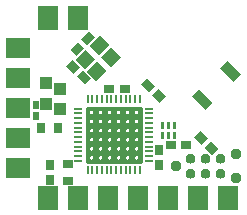
<source format=gts>
G04 DipTrace 2.4.0.2*
%IN1dBBLE.gts*%
%MOIN*%
%ADD10C,0.0098*%
%ADD37C,0.0374*%
%ADD45O,0.0094X0.0272*%
%ADD47O,0.0272X0.0094*%
%ADD49R,0.0213X0.0252*%
%ADD51R,0.0311X0.037*%
%ADD53R,0.0685X0.0816*%
%ADD55R,0.0816X0.0685*%
%ADD57R,0.037X0.0311*%
%ADD59R,0.0291X0.037*%
%ADD61R,0.0409X0.0449*%
%ADD63R,0.037X0.0291*%
%FSLAX44Y44*%
G04*
G70*
G90*
G75*
G01*
%LNTopMask*%
%LPD*%
G36*
X9718Y7318D2*
X9952Y7552D1*
X10408Y7096D1*
X10174Y6862D1*
X9718Y7318D1*
G37*
G36*
X10664Y8265D2*
X10898Y8499D1*
X11355Y8042D1*
X11121Y7808D1*
X10664Y8265D1*
G37*
G36*
X9203Y6237D2*
X9089D1*
Y6469D1*
X9203D1*
Y6237D1*
G37*
G36*
X9007D2*
X8892D1*
Y6469D1*
X9007D1*
Y6237D1*
G37*
G36*
X8810D2*
X8696D1*
Y6469D1*
X8810D1*
Y6237D1*
G37*
G36*
Y5902D2*
X8696D1*
Y6135D1*
X8810D1*
Y5902D1*
G37*
G36*
X9007D2*
X8892D1*
Y6135D1*
X9007D1*
Y5902D1*
G37*
G36*
X9203D2*
X9089D1*
Y6135D1*
X9203D1*
Y5902D1*
G37*
G36*
X6245Y9024D2*
X6039Y9230D1*
X6301Y9491D1*
X6507Y9285D1*
X6245Y9024D1*
G37*
G36*
X5884Y8662D2*
X5678Y8868D1*
X5939Y9130D1*
X6145Y8924D1*
X5884Y8662D1*
G37*
G36*
X6371Y7915D2*
X6165Y7709D1*
X5903Y7970D1*
X6109Y8176D1*
X6371Y7915D1*
G37*
G36*
X6009Y8276D2*
X5803Y8070D1*
X5541Y8332D1*
X5747Y8538D1*
X6009Y8276D1*
G37*
D63*
X9025Y5680D3*
X9537D3*
D61*
X5348Y6895D3*
Y7564D3*
D63*
X7484Y7550D3*
X6972D3*
G36*
X8385Y7368D2*
X8591Y7574D1*
X8853Y7313D1*
X8647Y7107D1*
X8385Y7368D1*
G37*
G36*
X8023Y7730D2*
X8229Y7936D1*
X8491Y7675D1*
X8285Y7469D1*
X8023Y7730D1*
G37*
D59*
X8645Y5535D3*
Y5023D3*
X5007Y5041D3*
Y4529D3*
D61*
X4862Y7073D3*
Y7742D3*
D57*
X5612Y5058D3*
Y4507D3*
D55*
X3937Y8937D3*
Y7937D3*
Y6937D3*
Y5937D3*
Y4937D3*
D53*
X4937Y9937D3*
X5937D3*
X6937Y3937D3*
X7937D3*
X8937D3*
D51*
X5250Y6273D3*
X4699D3*
D49*
X4520Y6642D3*
Y7036D3*
D53*
X4937Y3937D3*
X5937D3*
X9937D3*
X10937D3*
G36*
X10252Y5913D2*
X10046Y5707D1*
X9784Y5969D1*
X9990Y6175D1*
X10252Y5913D1*
G37*
G36*
X10614Y5551D2*
X10408Y5345D1*
X10146Y5607D1*
X10352Y5813D1*
X10614Y5551D1*
G37*
G36*
X9847Y5238D2*
X9845Y5267D1*
X9837Y5294D1*
X9825Y5320D1*
X9809Y5343D1*
X9789Y5363D1*
X9766Y5379D1*
X9740Y5391D1*
X9713Y5399D1*
X9684Y5401D1*
D1*
X9656Y5399D1*
X9629Y5391D1*
X9603Y5379D1*
X9580Y5363D1*
X9560Y5343D1*
X9543Y5320D1*
X9531Y5294D1*
X9524Y5267D1*
X9521Y5238D1*
D1*
X9524Y5210D1*
X9531Y5183D1*
X9543Y5157D1*
X9560Y5134D1*
X9580Y5113D1*
X9603Y5097D1*
X9629Y5085D1*
X9656Y5078D1*
X9684Y5075D1*
D1*
X9713Y5078D1*
X9740Y5085D1*
X9766Y5097D1*
X9789Y5113D1*
X9809Y5134D1*
X9825Y5157D1*
X9837Y5183D1*
X9845Y5210D1*
X9847Y5238D1*
G37*
G36*
X10347D2*
X10345Y5267D1*
X10337Y5294D1*
X10325Y5320D1*
X10309Y5343D1*
X10289Y5363D1*
X10266Y5379D1*
X10240Y5391D1*
X10213Y5399D1*
X10184Y5401D1*
D1*
X10156Y5399D1*
X10129Y5391D1*
X10103Y5379D1*
X10080Y5363D1*
X10060Y5343D1*
X10043Y5320D1*
X10031Y5294D1*
X10024Y5267D1*
X10021Y5238D1*
D1*
X10024Y5210D1*
X10031Y5183D1*
X10043Y5157D1*
X10060Y5134D1*
X10080Y5113D1*
X10103Y5097D1*
X10129Y5085D1*
X10156Y5078D1*
X10184Y5075D1*
D1*
X10213Y5078D1*
X10240Y5085D1*
X10266Y5097D1*
X10289Y5113D1*
X10309Y5134D1*
X10325Y5157D1*
X10337Y5183D1*
X10345Y5210D1*
X10347Y5238D1*
G37*
G36*
X10847D2*
X10845Y5267D1*
X10837Y5294D1*
X10825Y5320D1*
X10809Y5343D1*
X10789Y5363D1*
X10766Y5379D1*
X10740Y5391D1*
X10713Y5399D1*
X10684Y5401D1*
D1*
X10656Y5399D1*
X10629Y5391D1*
X10603Y5379D1*
X10580Y5363D1*
X10560Y5343D1*
X10543Y5320D1*
X10531Y5294D1*
X10524Y5267D1*
X10521Y5238D1*
D1*
X10524Y5210D1*
X10531Y5183D1*
X10543Y5157D1*
X10560Y5134D1*
X10580Y5113D1*
X10603Y5097D1*
X10629Y5085D1*
X10656Y5078D1*
X10684Y5075D1*
D1*
X10713Y5078D1*
X10740Y5085D1*
X10766Y5097D1*
X10789Y5113D1*
X10809Y5134D1*
X10825Y5157D1*
X10837Y5183D1*
X10845Y5210D1*
X10847Y5238D1*
G37*
G36*
Y4738D2*
X10845Y4767D1*
X10837Y4794D1*
X10825Y4820D1*
X10809Y4843D1*
X10789Y4863D1*
X10766Y4879D1*
X10740Y4891D1*
X10713Y4899D1*
X10684Y4901D1*
D1*
X10656Y4899D1*
X10629Y4891D1*
X10603Y4879D1*
X10580Y4863D1*
X10560Y4843D1*
X10543Y4820D1*
X10531Y4794D1*
X10524Y4767D1*
X10521Y4738D1*
D1*
X10524Y4710D1*
X10531Y4683D1*
X10543Y4657D1*
X10560Y4634D1*
X10580Y4613D1*
X10603Y4597D1*
X10629Y4585D1*
X10656Y4578D1*
X10684Y4575D1*
D1*
X10713Y4578D1*
X10740Y4585D1*
X10766Y4597D1*
X10789Y4613D1*
X10809Y4634D1*
X10825Y4657D1*
X10837Y4683D1*
X10845Y4710D1*
X10847Y4738D1*
G37*
G36*
X10347D2*
X10345Y4767D1*
X10337Y4794D1*
X10325Y4820D1*
X10309Y4843D1*
X10289Y4863D1*
X10266Y4879D1*
X10240Y4891D1*
X10213Y4899D1*
X10184Y4901D1*
D1*
X10156Y4899D1*
X10129Y4891D1*
X10103Y4879D1*
X10080Y4863D1*
X10060Y4843D1*
X10043Y4820D1*
X10031Y4794D1*
X10024Y4767D1*
X10021Y4738D1*
D1*
X10024Y4710D1*
X10031Y4683D1*
X10043Y4657D1*
X10060Y4634D1*
X10080Y4613D1*
X10103Y4597D1*
X10129Y4585D1*
X10156Y4578D1*
X10184Y4575D1*
D1*
X10213Y4578D1*
X10240Y4585D1*
X10266Y4597D1*
X10289Y4613D1*
X10309Y4634D1*
X10325Y4657D1*
X10337Y4683D1*
X10345Y4710D1*
X10347Y4738D1*
G37*
G36*
X9847D2*
X9845Y4767D1*
X9837Y4794D1*
X9825Y4820D1*
X9809Y4843D1*
X9789Y4863D1*
X9766Y4879D1*
X9740Y4891D1*
X9713Y4899D1*
X9684Y4901D1*
D1*
X9656Y4899D1*
X9629Y4891D1*
X9603Y4879D1*
X9580Y4863D1*
X9560Y4843D1*
X9543Y4820D1*
X9531Y4794D1*
X9524Y4767D1*
X9521Y4738D1*
D1*
X9524Y4710D1*
X9531Y4683D1*
X9543Y4657D1*
X9560Y4634D1*
X9580Y4613D1*
X9603Y4597D1*
X9629Y4585D1*
X9656Y4578D1*
X9684Y4575D1*
D1*
X9713Y4578D1*
X9740Y4585D1*
X9766Y4597D1*
X9789Y4613D1*
X9809Y4634D1*
X9825Y4657D1*
X9837Y4683D1*
X9845Y4710D1*
X9847Y4738D1*
G37*
D37*
X9184Y4988D3*
X11184Y5388D3*
Y4588D3*
X7468Y6183D2*
D10*
Y6191D1*
X7469Y6198D1*
X7470Y6206D1*
X7472Y6213D1*
X7474Y6221D1*
X7477Y6228D1*
X7480Y6235D1*
X7484Y6241D1*
X7488Y6248D1*
X7492Y6254D1*
X7497Y6259D1*
X7502Y6265D1*
X7508Y6270D1*
X7514Y6274D1*
X7520Y6278D1*
X7527Y6282D1*
X7533Y6285D1*
X7540Y6288D1*
X7547Y6290D1*
X7554Y6291D1*
X7562Y6292D1*
X7569Y6293D1*
X7576D1*
X7584Y6292D1*
X7591Y6291D1*
X7598Y6290D1*
X7605Y6288D1*
X7612Y6285D1*
X7619Y6282D1*
X7625Y6278D1*
X7631Y6274D1*
X7637Y6270D1*
X7643Y6265D1*
X7648Y6259D1*
X7653Y6254D1*
X7658Y6248D1*
X7662Y6241D1*
X7665Y6235D1*
X7669Y6228D1*
X7671Y6221D1*
X7674Y6213D1*
X7675Y6206D1*
X7677Y6198D1*
Y6191D1*
X7678Y6183D1*
X7677Y6175D1*
Y6168D1*
X7675Y6160D1*
X7674Y6153D1*
X7671Y6145D1*
X7669Y6138D1*
X7665Y6131D1*
X7662Y6125D1*
X7658Y6118D1*
X7653Y6112D1*
X7648Y6107D1*
X7643Y6101D1*
X7637Y6096D1*
X7631Y6092D1*
X7625Y6088D1*
X7619Y6084D1*
X7612Y6081D1*
X7605Y6078D1*
X7598Y6076D1*
X7591Y6075D1*
X7584Y6074D1*
X7576Y6073D1*
X7569D1*
X7562Y6074D1*
X7554Y6075D1*
X7547Y6076D1*
X7540Y6078D1*
X7533Y6081D1*
X7527Y6084D1*
X7520Y6088D1*
X7514Y6092D1*
X7508Y6096D1*
X7502Y6101D1*
X7497Y6107D1*
X7492Y6112D1*
X7488Y6118D1*
X7484Y6125D1*
X7480Y6131D1*
X7477Y6138D1*
X7474Y6145D1*
X7472Y6153D1*
X7470Y6160D1*
X7469Y6168D1*
X7468Y6175D1*
Y6183D1*
X7767Y6184D2*
Y6192D1*
X7768Y6200D1*
X7769Y6207D1*
X7771Y6215D1*
X7773Y6222D1*
X7776Y6229D1*
X7779Y6236D1*
X7783Y6243D1*
X7787Y6249D1*
X7792Y6255D1*
X7797Y6261D1*
X7802Y6266D1*
X7807Y6271D1*
X7813Y6275D1*
X7820Y6280D1*
X7826Y6283D1*
X7833Y6286D1*
X7840Y6289D1*
X7847Y6291D1*
X7854Y6293D1*
X7861Y6294D1*
X7868D1*
X7876D1*
X7883D1*
X7890Y6293D1*
X7897Y6291D1*
X7904Y6289D1*
X7911Y6286D1*
X7918Y6283D1*
X7925Y6280D1*
X7931Y6275D1*
X7937Y6271D1*
X7942Y6266D1*
X7948Y6261D1*
X7952Y6255D1*
X7957Y6249D1*
X7961Y6243D1*
X7965Y6236D1*
X7968Y6229D1*
X7971Y6222D1*
X7973Y6215D1*
X7975Y6207D1*
X7976Y6200D1*
X7977Y6192D1*
Y6184D1*
Y6177D1*
X7976Y6169D1*
X7975Y6161D1*
X7973Y6154D1*
X7971Y6147D1*
X7968Y6140D1*
X7965Y6133D1*
X7961Y6126D1*
X7957Y6120D1*
X7952Y6114D1*
X7948Y6108D1*
X7942Y6102D1*
X7937Y6098D1*
X7931Y6093D1*
X7925Y6089D1*
X7918Y6085D1*
X7911Y6082D1*
X7904Y6080D1*
X7897Y6078D1*
X7890Y6076D1*
X7883Y6075D1*
X7876Y6074D1*
X7868D1*
X7861Y6075D1*
X7854Y6076D1*
X7847Y6078D1*
X7840Y6080D1*
X7833Y6082D1*
X7826Y6085D1*
X7820Y6089D1*
X7813Y6093D1*
X7807Y6098D1*
X7802Y6102D1*
X7797Y6108D1*
X7792Y6114D1*
X7787Y6120D1*
X7783Y6126D1*
X7779Y6133D1*
X7776Y6140D1*
X7773Y6147D1*
X7771Y6154D1*
X7769Y6161D1*
X7768Y6169D1*
X7767Y6177D1*
Y6184D1*
X6868Y6183D2*
Y6191D1*
X6869Y6198D1*
X6870Y6206D1*
X6872Y6213D1*
X6874Y6221D1*
X6877Y6228D1*
X6880Y6235D1*
X6884Y6241D1*
X6888Y6248D1*
X6893Y6254D1*
X6898Y6259D1*
X6903Y6265D1*
X6908Y6270D1*
X6914Y6274D1*
X6921Y6278D1*
X6927Y6282D1*
X6934Y6285D1*
X6941Y6288D1*
X6948Y6290D1*
X6955Y6291D1*
X6962Y6292D1*
X6969Y6293D1*
X6977D1*
X6984Y6292D1*
X6991Y6291D1*
X6998Y6290D1*
X7006Y6288D1*
X7012Y6285D1*
X7019Y6282D1*
X7026Y6278D1*
X7032Y6274D1*
X7038Y6270D1*
X7043Y6265D1*
X7049Y6259D1*
X7053Y6254D1*
X7058Y6248D1*
X7062Y6241D1*
X7066Y6235D1*
X7069Y6228D1*
X7072Y6221D1*
X7074Y6213D1*
X7076Y6206D1*
X7077Y6198D1*
X7078Y6191D1*
Y6183D1*
Y6175D1*
X7077Y6168D1*
X7076Y6160D1*
X7074Y6153D1*
X7072Y6145D1*
X7069Y6138D1*
X7066Y6131D1*
X7062Y6125D1*
X7058Y6118D1*
X7053Y6112D1*
X7049Y6107D1*
X7043Y6101D1*
X7038Y6096D1*
X7032Y6092D1*
X7026Y6088D1*
X7019Y6084D1*
X7012Y6081D1*
X7006Y6078D1*
X6998Y6076D1*
X6991Y6075D1*
X6984Y6074D1*
X6977Y6073D1*
X6969D1*
X6962Y6074D1*
X6955Y6075D1*
X6948Y6076D1*
X6941Y6078D1*
X6934Y6081D1*
X6927Y6084D1*
X6921Y6088D1*
X6914Y6092D1*
X6908Y6096D1*
X6903Y6101D1*
X6898Y6107D1*
X6893Y6112D1*
X6888Y6118D1*
X6884Y6125D1*
X6880Y6131D1*
X6877Y6138D1*
X6874Y6145D1*
X6872Y6153D1*
X6870Y6160D1*
X6869Y6168D1*
X6868Y6175D1*
Y6183D1*
X7167Y6184D2*
Y6192D1*
X7168Y6200D1*
X7169Y6207D1*
X7171Y6215D1*
X7174Y6222D1*
X7176Y6229D1*
X7179Y6236D1*
X7183Y6243D1*
X7187Y6249D1*
X7192Y6255D1*
X7197Y6261D1*
X7202Y6266D1*
X7208Y6271D1*
X7213Y6275D1*
X7220Y6280D1*
X7226Y6283D1*
X7233Y6286D1*
X7240Y6289D1*
X7247Y6291D1*
X7254Y6293D1*
X7261Y6294D1*
X7268D1*
X7276D1*
X7283D1*
X7290Y6293D1*
X7298Y6291D1*
X7305Y6289D1*
X7311Y6286D1*
X7318Y6283D1*
X7325Y6280D1*
X7331Y6275D1*
X7337Y6271D1*
X7342Y6266D1*
X7348Y6261D1*
X7353Y6255D1*
X7357Y6249D1*
X7361Y6243D1*
X7365Y6236D1*
X7368Y6229D1*
X7371Y6222D1*
X7373Y6215D1*
X7375Y6207D1*
X7376Y6200D1*
X7377Y6192D1*
Y6184D1*
Y6177D1*
X7376Y6169D1*
X7375Y6161D1*
X7373Y6154D1*
X7371Y6147D1*
X7368Y6140D1*
X7365Y6133D1*
X7361Y6126D1*
X7357Y6120D1*
X7353Y6114D1*
X7348Y6108D1*
X7342Y6102D1*
X7337Y6098D1*
X7331Y6093D1*
X7325Y6089D1*
X7318Y6085D1*
X7311Y6082D1*
X7305Y6080D1*
X7298Y6078D1*
X7290Y6076D1*
X7283Y6075D1*
X7276Y6074D1*
X7268D1*
X7261Y6075D1*
X7254Y6076D1*
X7247Y6078D1*
X7240Y6080D1*
X7233Y6082D1*
X7226Y6085D1*
X7220Y6089D1*
X7213Y6093D1*
X7208Y6098D1*
X7202Y6102D1*
X7197Y6108D1*
X7192Y6114D1*
X7187Y6120D1*
X7183Y6126D1*
X7179Y6133D1*
X7176Y6140D1*
X7174Y6147D1*
X7171Y6154D1*
X7169Y6161D1*
X7168Y6169D1*
X7167Y6177D1*
Y6184D1*
X6568D2*
Y6192D1*
X6569Y6200D1*
X6570Y6207D1*
X6572Y6215D1*
X6574Y6222D1*
X6577Y6229D1*
X6580Y6236D1*
X6584Y6243D1*
X6588Y6249D1*
X6592Y6255D1*
X6597Y6261D1*
X6602Y6266D1*
X6608Y6271D1*
X6614Y6275D1*
X6620Y6280D1*
X6627Y6283D1*
X6633Y6286D1*
X6640Y6289D1*
X6647Y6291D1*
X6654Y6293D1*
X6662Y6294D1*
X6669D1*
X6676D1*
X6684D1*
X6691Y6293D1*
X6698Y6291D1*
X6705Y6289D1*
X6712Y6286D1*
X6719Y6283D1*
X6725Y6280D1*
X6731Y6275D1*
X6737Y6271D1*
X6743Y6266D1*
X6748Y6261D1*
X6753Y6255D1*
X6757Y6249D1*
X6762Y6243D1*
X6765Y6236D1*
X6768Y6229D1*
X6771Y6222D1*
X6773Y6215D1*
X6775Y6207D1*
X6777Y6200D1*
Y6192D1*
X6778Y6184D1*
X6777Y6177D1*
Y6169D1*
X6775Y6161D1*
X6773Y6154D1*
X6771Y6147D1*
X6768Y6140D1*
X6765Y6133D1*
X6762Y6126D1*
X6757Y6120D1*
X6753Y6114D1*
X6748Y6108D1*
X6743Y6102D1*
X6737Y6098D1*
X6731Y6093D1*
X6725Y6089D1*
X6719Y6085D1*
X6712Y6082D1*
X6705Y6080D1*
X6698Y6078D1*
X6691Y6076D1*
X6684Y6075D1*
X6676Y6074D1*
X6669D1*
X6662Y6075D1*
X6654Y6076D1*
X6647Y6078D1*
X6640Y6080D1*
X6633Y6082D1*
X6627Y6085D1*
X6620Y6089D1*
X6614Y6093D1*
X6608Y6098D1*
X6602Y6102D1*
X6597Y6108D1*
X6592Y6114D1*
X6588Y6120D1*
X6584Y6126D1*
X6580Y6133D1*
X6577Y6140D1*
X6574Y6147D1*
X6572Y6154D1*
X6570Y6161D1*
X6569Y6169D1*
X6568Y6177D1*
Y6184D1*
X6267D2*
Y6192D1*
X6268Y6200D1*
X6269Y6207D1*
X6271Y6215D1*
X6273Y6222D1*
X6276Y6229D1*
X6279Y6236D1*
X6283Y6243D1*
X6287Y6249D1*
X6292Y6255D1*
X6297Y6261D1*
X6302Y6266D1*
X6307Y6271D1*
X6313Y6275D1*
X6320Y6280D1*
X6326Y6283D1*
X6333Y6286D1*
X6340Y6289D1*
X6347Y6291D1*
X6354Y6293D1*
X6361Y6294D1*
X6368D1*
X6376D1*
X6383D1*
X6390Y6293D1*
X6397Y6291D1*
X6404Y6289D1*
X6411Y6286D1*
X6418Y6283D1*
X6425Y6280D1*
X6431Y6275D1*
X6437Y6271D1*
X6442Y6266D1*
X6448Y6261D1*
X6452Y6255D1*
X6457Y6249D1*
X6461Y6243D1*
X6465Y6236D1*
X6468Y6229D1*
X6471Y6222D1*
X6473Y6215D1*
X6475Y6207D1*
X6476Y6200D1*
X6477Y6192D1*
Y6184D1*
Y6177D1*
X6476Y6169D1*
X6475Y6161D1*
X6473Y6154D1*
X6471Y6147D1*
X6468Y6140D1*
X6465Y6133D1*
X6461Y6126D1*
X6457Y6120D1*
X6452Y6114D1*
X6448Y6108D1*
X6442Y6102D1*
X6437Y6098D1*
X6431Y6093D1*
X6425Y6089D1*
X6418Y6085D1*
X6411Y6082D1*
X6404Y6080D1*
X6397Y6078D1*
X6390Y6076D1*
X6383Y6075D1*
X6376Y6074D1*
X6368D1*
X6361Y6075D1*
X6354Y6076D1*
X6347Y6078D1*
X6340Y6080D1*
X6333Y6082D1*
X6326Y6085D1*
X6320Y6089D1*
X6313Y6093D1*
X6307Y6098D1*
X6302Y6102D1*
X6297Y6108D1*
X6292Y6114D1*
X6287Y6120D1*
X6283Y6126D1*
X6279Y6133D1*
X6276Y6140D1*
X6273Y6147D1*
X6271Y6154D1*
X6269Y6161D1*
X6268Y6169D1*
X6267Y6177D1*
Y6184D1*
X7468Y5881D2*
Y5889D1*
X7469Y5896D1*
X7470Y5904D1*
X7472Y5911D1*
X7474Y5919D1*
X7477Y5926D1*
X7480Y5933D1*
X7484Y5939D1*
X7488Y5946D1*
X7492Y5952D1*
X7497Y5958D1*
X7502Y5963D1*
X7508Y5968D1*
X7514Y5972D1*
X7520Y5976D1*
X7527Y5980D1*
X7533Y5983D1*
X7540Y5986D1*
X7547Y5988D1*
X7554Y5989D1*
X7562Y5991D1*
X7569D1*
X7576D1*
X7584D1*
X7591Y5989D1*
X7598Y5988D1*
X7605Y5986D1*
X7612Y5983D1*
X7619Y5980D1*
X7625Y5976D1*
X7631Y5972D1*
X7637Y5968D1*
X7643Y5963D1*
X7648Y5958D1*
X7653Y5952D1*
X7658Y5946D1*
X7662Y5939D1*
X7665Y5933D1*
X7669Y5926D1*
X7671Y5919D1*
X7674Y5911D1*
X7675Y5904D1*
X7677Y5896D1*
Y5889D1*
X7678Y5881D1*
X7677Y5873D1*
Y5866D1*
X7675Y5858D1*
X7674Y5851D1*
X7671Y5844D1*
X7669Y5836D1*
X7665Y5830D1*
X7662Y5823D1*
X7658Y5817D1*
X7653Y5810D1*
X7648Y5805D1*
X7643Y5799D1*
X7637Y5794D1*
X7631Y5790D1*
X7625Y5786D1*
X7619Y5782D1*
X7612Y5779D1*
X7605Y5777D1*
X7598Y5774D1*
X7591Y5773D1*
X7584Y5772D1*
X7576Y5771D1*
X7569D1*
X7562Y5772D1*
X7554Y5773D1*
X7547Y5774D1*
X7540Y5777D1*
X7533Y5779D1*
X7527Y5782D1*
X7520Y5786D1*
X7514Y5790D1*
X7508Y5794D1*
X7502Y5799D1*
X7497Y5805D1*
X7492Y5810D1*
X7488Y5817D1*
X7484Y5823D1*
X7480Y5830D1*
X7477Y5836D1*
X7474Y5844D1*
X7472Y5851D1*
X7470Y5858D1*
X7469Y5866D1*
X7468Y5873D1*
Y5881D1*
X7767Y5882D2*
Y5890D1*
X7768Y5898D1*
X7769Y5905D1*
X7771Y5913D1*
X7773Y5920D1*
X7776Y5927D1*
X7779Y5934D1*
X7783Y5941D1*
X7787Y5947D1*
X7792Y5953D1*
X7797Y5959D1*
X7802Y5964D1*
X7807Y5969D1*
X7813Y5974D1*
X7820Y5978D1*
X7826Y5981D1*
X7833Y5984D1*
X7840Y5987D1*
X7847Y5989D1*
X7854Y5991D1*
X7861Y5992D1*
X7868D1*
X7876D1*
X7883D1*
X7890Y5991D1*
X7897Y5989D1*
X7904Y5987D1*
X7911Y5984D1*
X7918Y5981D1*
X7925Y5978D1*
X7931Y5974D1*
X7937Y5969D1*
X7942Y5964D1*
X7948Y5959D1*
X7952Y5953D1*
X7957Y5947D1*
X7961Y5941D1*
X7965Y5934D1*
X7968Y5927D1*
X7971Y5920D1*
X7973Y5913D1*
X7975Y5905D1*
X7976Y5898D1*
X7977Y5890D1*
Y5882D1*
Y5875D1*
X7976Y5867D1*
X7975Y5860D1*
X7973Y5852D1*
X7971Y5845D1*
X7968Y5838D1*
X7965Y5831D1*
X7961Y5824D1*
X7957Y5818D1*
X7952Y5812D1*
X7948Y5806D1*
X7942Y5801D1*
X7937Y5796D1*
X7931Y5791D1*
X7925Y5787D1*
X7918Y5784D1*
X7911Y5780D1*
X7904Y5778D1*
X7897Y5776D1*
X7890Y5774D1*
X7883Y5773D1*
X7876D1*
X7868D1*
X7861D1*
X7854Y5774D1*
X7847Y5776D1*
X7840Y5778D1*
X7833Y5780D1*
X7826Y5784D1*
X7820Y5787D1*
X7813Y5791D1*
X7807Y5796D1*
X7802Y5801D1*
X7797Y5806D1*
X7792Y5812D1*
X7787Y5818D1*
X7783Y5824D1*
X7779Y5831D1*
X7776Y5838D1*
X7773Y5845D1*
X7771Y5852D1*
X7769Y5860D1*
X7768Y5867D1*
X7767Y5875D1*
Y5882D1*
X6868Y5881D2*
Y5889D1*
X6869Y5896D1*
X6870Y5904D1*
X6872Y5911D1*
X6874Y5919D1*
X6877Y5926D1*
X6880Y5933D1*
X6884Y5939D1*
X6888Y5946D1*
X6893Y5952D1*
X6898Y5958D1*
X6903Y5963D1*
X6908Y5968D1*
X6914Y5972D1*
X6921Y5976D1*
X6927Y5980D1*
X6934Y5983D1*
X6941Y5986D1*
X6948Y5988D1*
X6955Y5989D1*
X6962Y5991D1*
X6969D1*
X6977D1*
X6984D1*
X6991Y5989D1*
X6998Y5988D1*
X7006Y5986D1*
X7012Y5983D1*
X7019Y5980D1*
X7026Y5976D1*
X7032Y5972D1*
X7038Y5968D1*
X7043Y5963D1*
X7049Y5958D1*
X7053Y5952D1*
X7058Y5946D1*
X7062Y5939D1*
X7066Y5933D1*
X7069Y5926D1*
X7072Y5919D1*
X7074Y5911D1*
X7076Y5904D1*
X7077Y5896D1*
X7078Y5889D1*
Y5881D1*
Y5873D1*
X7077Y5866D1*
X7076Y5858D1*
X7074Y5851D1*
X7072Y5844D1*
X7069Y5836D1*
X7066Y5830D1*
X7062Y5823D1*
X7058Y5817D1*
X7053Y5810D1*
X7049Y5805D1*
X7043Y5799D1*
X7038Y5794D1*
X7032Y5790D1*
X7026Y5786D1*
X7019Y5782D1*
X7012Y5779D1*
X7006Y5777D1*
X6998Y5774D1*
X6991Y5773D1*
X6984Y5772D1*
X6977Y5771D1*
X6969D1*
X6962Y5772D1*
X6955Y5773D1*
X6948Y5774D1*
X6941Y5777D1*
X6934Y5779D1*
X6927Y5782D1*
X6921Y5786D1*
X6914Y5790D1*
X6908Y5794D1*
X6903Y5799D1*
X6898Y5805D1*
X6893Y5810D1*
X6888Y5817D1*
X6884Y5823D1*
X6880Y5830D1*
X6877Y5836D1*
X6874Y5844D1*
X6872Y5851D1*
X6870Y5858D1*
X6869Y5866D1*
X6868Y5873D1*
Y5881D1*
X7167Y5882D2*
Y5890D1*
X7168Y5898D1*
X7169Y5905D1*
X7171Y5913D1*
X7174Y5920D1*
X7176Y5927D1*
X7179Y5934D1*
X7183Y5941D1*
X7187Y5947D1*
X7192Y5953D1*
X7197Y5959D1*
X7202Y5964D1*
X7208Y5969D1*
X7213Y5974D1*
X7220Y5978D1*
X7226Y5981D1*
X7233Y5984D1*
X7240Y5987D1*
X7247Y5989D1*
X7254Y5991D1*
X7261Y5992D1*
X7268D1*
X7276D1*
X7283D1*
X7290Y5991D1*
X7298Y5989D1*
X7305Y5987D1*
X7311Y5984D1*
X7318Y5981D1*
X7325Y5978D1*
X7331Y5974D1*
X7337Y5969D1*
X7342Y5964D1*
X7348Y5959D1*
X7353Y5953D1*
X7357Y5947D1*
X7361Y5941D1*
X7365Y5934D1*
X7368Y5927D1*
X7371Y5920D1*
X7373Y5913D1*
X7375Y5905D1*
X7376Y5898D1*
X7377Y5890D1*
Y5882D1*
Y5875D1*
X7376Y5867D1*
X7375Y5860D1*
X7373Y5852D1*
X7371Y5845D1*
X7368Y5838D1*
X7365Y5831D1*
X7361Y5824D1*
X7357Y5818D1*
X7353Y5812D1*
X7348Y5806D1*
X7342Y5801D1*
X7337Y5796D1*
X7331Y5791D1*
X7325Y5787D1*
X7318Y5784D1*
X7311Y5780D1*
X7305Y5778D1*
X7298Y5776D1*
X7290Y5774D1*
X7283Y5773D1*
X7276D1*
X7268D1*
X7261D1*
X7254Y5774D1*
X7247Y5776D1*
X7240Y5778D1*
X7233Y5780D1*
X7226Y5784D1*
X7220Y5787D1*
X7213Y5791D1*
X7208Y5796D1*
X7202Y5801D1*
X7197Y5806D1*
X7192Y5812D1*
X7187Y5818D1*
X7183Y5824D1*
X7179Y5831D1*
X7176Y5838D1*
X7174Y5845D1*
X7171Y5852D1*
X7169Y5860D1*
X7168Y5867D1*
X7167Y5875D1*
Y5882D1*
X6568D2*
Y5890D1*
X6569Y5898D1*
X6570Y5905D1*
X6572Y5913D1*
X6574Y5920D1*
X6577Y5927D1*
X6580Y5934D1*
X6584Y5941D1*
X6588Y5947D1*
X6592Y5953D1*
X6597Y5959D1*
X6602Y5964D1*
X6608Y5969D1*
X6614Y5974D1*
X6620Y5978D1*
X6627Y5981D1*
X6633Y5984D1*
X6640Y5987D1*
X6647Y5989D1*
X6654Y5991D1*
X6662Y5992D1*
X6669D1*
X6676D1*
X6684D1*
X6691Y5991D1*
X6698Y5989D1*
X6705Y5987D1*
X6712Y5984D1*
X6719Y5981D1*
X6725Y5978D1*
X6731Y5974D1*
X6737Y5969D1*
X6743Y5964D1*
X6748Y5959D1*
X6753Y5953D1*
X6757Y5947D1*
X6762Y5941D1*
X6765Y5934D1*
X6768Y5927D1*
X6771Y5920D1*
X6773Y5913D1*
X6775Y5905D1*
X6777Y5898D1*
Y5890D1*
X6778Y5882D1*
X6777Y5875D1*
Y5867D1*
X6775Y5860D1*
X6773Y5852D1*
X6771Y5845D1*
X6768Y5838D1*
X6765Y5831D1*
X6762Y5824D1*
X6757Y5818D1*
X6753Y5812D1*
X6748Y5806D1*
X6743Y5801D1*
X6737Y5796D1*
X6731Y5791D1*
X6725Y5787D1*
X6719Y5784D1*
X6712Y5780D1*
X6705Y5778D1*
X6698Y5776D1*
X6691Y5774D1*
X6684Y5773D1*
X6676D1*
X6669D1*
X6662D1*
X6654Y5774D1*
X6647Y5776D1*
X6640Y5778D1*
X6633Y5780D1*
X6627Y5784D1*
X6620Y5787D1*
X6614Y5791D1*
X6608Y5796D1*
X6602Y5801D1*
X6597Y5806D1*
X6592Y5812D1*
X6588Y5818D1*
X6584Y5824D1*
X6580Y5831D1*
X6577Y5838D1*
X6574Y5845D1*
X6572Y5852D1*
X6570Y5860D1*
X6569Y5867D1*
X6568Y5875D1*
Y5882D1*
X6267D2*
Y5890D1*
X6268Y5898D1*
X6269Y5905D1*
X6271Y5913D1*
X6273Y5920D1*
X6276Y5927D1*
X6279Y5934D1*
X6283Y5941D1*
X6287Y5947D1*
X6292Y5953D1*
X6297Y5959D1*
X6302Y5964D1*
X6307Y5969D1*
X6313Y5974D1*
X6320Y5978D1*
X6326Y5981D1*
X6333Y5984D1*
X6340Y5987D1*
X6347Y5989D1*
X6354Y5991D1*
X6361Y5992D1*
X6368D1*
X6376D1*
X6383D1*
X6390Y5991D1*
X6397Y5989D1*
X6404Y5987D1*
X6411Y5984D1*
X6418Y5981D1*
X6425Y5978D1*
X6431Y5974D1*
X6437Y5969D1*
X6442Y5964D1*
X6448Y5959D1*
X6452Y5953D1*
X6457Y5947D1*
X6461Y5941D1*
X6465Y5934D1*
X6468Y5927D1*
X6471Y5920D1*
X6473Y5913D1*
X6475Y5905D1*
X6476Y5898D1*
X6477Y5890D1*
Y5882D1*
Y5875D1*
X6476Y5867D1*
X6475Y5860D1*
X6473Y5852D1*
X6471Y5845D1*
X6468Y5838D1*
X6465Y5831D1*
X6461Y5824D1*
X6457Y5818D1*
X6452Y5812D1*
X6448Y5806D1*
X6442Y5801D1*
X6437Y5796D1*
X6431Y5791D1*
X6425Y5787D1*
X6418Y5784D1*
X6411Y5780D1*
X6404Y5778D1*
X6397Y5776D1*
X6390Y5774D1*
X6383Y5773D1*
X6376D1*
X6368D1*
X6361D1*
X6354Y5774D1*
X6347Y5776D1*
X6340Y5778D1*
X6333Y5780D1*
X6326Y5784D1*
X6320Y5787D1*
X6313Y5791D1*
X6307Y5796D1*
X6302Y5801D1*
X6297Y5806D1*
X6292Y5812D1*
X6287Y5818D1*
X6283Y5824D1*
X6279Y5831D1*
X6276Y5838D1*
X6273Y5845D1*
X6271Y5852D1*
X6269Y5860D1*
X6268Y5867D1*
X6267Y5875D1*
Y5882D1*
X7469Y6483D2*
Y6491D1*
X7470Y6499D1*
X7471Y6506D1*
X7473Y6514D1*
X7475Y6521D1*
X7478Y6528D1*
X7481Y6535D1*
X7485Y6542D1*
X7489Y6548D1*
X7494Y6554D1*
X7499Y6560D1*
X7504Y6565D1*
X7509Y6570D1*
X7515Y6575D1*
X7522Y6579D1*
X7528Y6582D1*
X7535Y6585D1*
X7542Y6588D1*
X7549Y6590D1*
X7556Y6592D1*
X7563Y6593D1*
X7570D1*
X7578D1*
X7585D1*
X7592Y6592D1*
X7600Y6590D1*
X7607Y6588D1*
X7613Y6585D1*
X7620Y6582D1*
X7627Y6579D1*
X7633Y6575D1*
X7639Y6570D1*
X7644Y6565D1*
X7650Y6560D1*
X7655Y6554D1*
X7659Y6548D1*
X7663Y6542D1*
X7667Y6535D1*
X7670Y6528D1*
X7673Y6521D1*
X7675Y6514D1*
X7677Y6506D1*
X7678Y6499D1*
X7679Y6491D1*
Y6483D1*
Y6476D1*
X7678Y6468D1*
X7677Y6460D1*
X7675Y6453D1*
X7673Y6446D1*
X7670Y6439D1*
X7667Y6432D1*
X7663Y6425D1*
X7659Y6419D1*
X7655Y6413D1*
X7650Y6407D1*
X7644Y6402D1*
X7639Y6397D1*
X7633Y6392D1*
X7627Y6388D1*
X7620Y6385D1*
X7613Y6381D1*
X7607Y6379D1*
X7600Y6377D1*
X7592Y6375D1*
X7585Y6374D1*
X7578Y6373D1*
X7570D1*
X7563Y6374D1*
X7556Y6375D1*
X7549Y6377D1*
X7542Y6379D1*
X7535Y6381D1*
X7528Y6385D1*
X7522Y6388D1*
X7515Y6392D1*
X7509Y6397D1*
X7504Y6402D1*
X7499Y6407D1*
X7494Y6413D1*
X7489Y6419D1*
X7485Y6425D1*
X7481Y6432D1*
X7478Y6439D1*
X7475Y6446D1*
X7473Y6453D1*
X7471Y6460D1*
X7470Y6468D1*
X7469Y6476D1*
Y6483D1*
X7768Y6485D2*
Y6492D1*
X7769Y6500D1*
X7771Y6508D1*
X7772Y6515D1*
X7775Y6522D1*
X7777Y6529D1*
X7781Y6536D1*
X7784Y6543D1*
X7788Y6549D1*
X7793Y6555D1*
X7798Y6561D1*
X7803Y6566D1*
X7809Y6571D1*
X7814Y6576D1*
X7821Y6580D1*
X7827Y6584D1*
X7834Y6587D1*
X7841Y6589D1*
X7848Y6591D1*
X7855Y6593D1*
X7862Y6594D1*
X7870Y6595D1*
X7877D1*
X7884Y6594D1*
X7891Y6593D1*
X7899Y6591D1*
X7906Y6589D1*
X7913Y6587D1*
X7919Y6584D1*
X7926Y6580D1*
X7932Y6576D1*
X7938Y6571D1*
X7943Y6566D1*
X7949Y6561D1*
X7954Y6555D1*
X7958Y6549D1*
X7962Y6543D1*
X7966Y6536D1*
X7969Y6529D1*
X7972Y6522D1*
X7974Y6515D1*
X7976Y6508D1*
X7977Y6500D1*
X7978Y6492D1*
Y6485D1*
Y6477D1*
X7977Y6469D1*
X7976Y6462D1*
X7974Y6454D1*
X7972Y6447D1*
X7969Y6440D1*
X7966Y6433D1*
X7962Y6426D1*
X7958Y6420D1*
X7954Y6414D1*
X7949Y6408D1*
X7943Y6403D1*
X7938Y6398D1*
X7932Y6393D1*
X7926Y6389D1*
X7919Y6386D1*
X7913Y6383D1*
X7906Y6380D1*
X7899Y6378D1*
X7891Y6376D1*
X7884Y6375D1*
X7877D1*
X7870D1*
X7862D1*
X7855Y6376D1*
X7848Y6378D1*
X7841Y6380D1*
X7834Y6383D1*
X7827Y6386D1*
X7821Y6389D1*
X7814Y6393D1*
X7809Y6398D1*
X7803Y6403D1*
X7798Y6408D1*
X7793Y6414D1*
X7788Y6420D1*
X7784Y6426D1*
X7781Y6433D1*
X7777Y6440D1*
X7775Y6447D1*
X7772Y6454D1*
X7771Y6462D1*
X7769Y6469D1*
X7768Y6477D1*
Y6485D1*
X6869Y6483D2*
X6870Y6491D1*
Y6499D1*
X6872Y6506D1*
X6873Y6514D1*
X6876Y6521D1*
X6878Y6528D1*
X6882Y6535D1*
X6885Y6542D1*
X6889Y6548D1*
X6894Y6554D1*
X6899Y6560D1*
X6904Y6565D1*
X6910Y6570D1*
X6916Y6575D1*
X6922Y6579D1*
X6928Y6582D1*
X6935Y6585D1*
X6942Y6588D1*
X6949Y6590D1*
X6956Y6592D1*
X6963Y6593D1*
X6971D1*
X6978D1*
X6985D1*
X6992Y6592D1*
X7000Y6590D1*
X7007Y6588D1*
X7014Y6585D1*
X7020Y6582D1*
X7027Y6579D1*
X7033Y6575D1*
X7039Y6570D1*
X7044Y6565D1*
X7050Y6560D1*
X7055Y6554D1*
X7059Y6548D1*
X7063Y6542D1*
X7067Y6535D1*
X7070Y6528D1*
X7073Y6521D1*
X7075Y6514D1*
X7077Y6506D1*
X7078Y6499D1*
X7079Y6491D1*
Y6483D1*
Y6476D1*
X7078Y6468D1*
X7077Y6460D1*
X7075Y6453D1*
X7073Y6446D1*
X7070Y6439D1*
X7067Y6432D1*
X7063Y6425D1*
X7059Y6419D1*
X7055Y6413D1*
X7050Y6407D1*
X7044Y6402D1*
X7039Y6397D1*
X7033Y6392D1*
X7027Y6388D1*
X7020Y6385D1*
X7014Y6381D1*
X7007Y6379D1*
X7000Y6377D1*
X6992Y6375D1*
X6985Y6374D1*
X6978Y6373D1*
X6971D1*
X6963Y6374D1*
X6956Y6375D1*
X6949Y6377D1*
X6942Y6379D1*
X6935Y6381D1*
X6928Y6385D1*
X6922Y6388D1*
X6916Y6392D1*
X6910Y6397D1*
X6904Y6402D1*
X6899Y6407D1*
X6894Y6413D1*
X6889Y6419D1*
X6885Y6425D1*
X6882Y6432D1*
X6878Y6439D1*
X6876Y6446D1*
X6873Y6453D1*
X6872Y6460D1*
X6870Y6468D1*
Y6476D1*
X6869Y6483D1*
X7169Y6485D2*
Y6492D1*
X7170Y6500D1*
X7171Y6508D1*
X7173Y6515D1*
X7175Y6522D1*
X7178Y6529D1*
X7181Y6536D1*
X7185Y6543D1*
X7189Y6549D1*
X7193Y6555D1*
X7198Y6561D1*
X7203Y6566D1*
X7209Y6571D1*
X7215Y6576D1*
X7221Y6580D1*
X7228Y6584D1*
X7234Y6587D1*
X7241Y6589D1*
X7248Y6591D1*
X7255Y6593D1*
X7263Y6594D1*
X7270Y6595D1*
X7277D1*
X7285Y6594D1*
X7292Y6593D1*
X7299Y6591D1*
X7306Y6589D1*
X7313Y6587D1*
X7320Y6584D1*
X7326Y6580D1*
X7332Y6576D1*
X7338Y6571D1*
X7344Y6566D1*
X7349Y6561D1*
X7354Y6555D1*
X7359Y6549D1*
X7363Y6543D1*
X7366Y6536D1*
X7369Y6529D1*
X7372Y6522D1*
X7374Y6515D1*
X7376Y6508D1*
X7378Y6500D1*
Y6492D1*
X7379Y6485D1*
X7378Y6477D1*
Y6469D1*
X7376Y6462D1*
X7374Y6454D1*
X7372Y6447D1*
X7369Y6440D1*
X7366Y6433D1*
X7363Y6426D1*
X7359Y6420D1*
X7354Y6414D1*
X7349Y6408D1*
X7344Y6403D1*
X7338Y6398D1*
X7332Y6393D1*
X7326Y6389D1*
X7320Y6386D1*
X7313Y6383D1*
X7306Y6380D1*
X7299Y6378D1*
X7292Y6376D1*
X7285Y6375D1*
X7277D1*
X7270D1*
X7263D1*
X7255Y6376D1*
X7248Y6378D1*
X7241Y6380D1*
X7234Y6383D1*
X7228Y6386D1*
X7221Y6389D1*
X7215Y6393D1*
X7209Y6398D1*
X7203Y6403D1*
X7198Y6408D1*
X7193Y6414D1*
X7189Y6420D1*
X7185Y6426D1*
X7181Y6433D1*
X7178Y6440D1*
X7175Y6447D1*
X7173Y6454D1*
X7171Y6462D1*
X7170Y6469D1*
X7169Y6477D1*
Y6485D1*
X6569D2*
Y6492D1*
X6570Y6500D1*
X6571Y6508D1*
X6573Y6515D1*
X6575Y6522D1*
X6578Y6529D1*
X6581Y6536D1*
X6585Y6543D1*
X6589Y6549D1*
X6593Y6555D1*
X6598Y6561D1*
X6603Y6566D1*
X6609Y6571D1*
X6615Y6576D1*
X6621Y6580D1*
X6628Y6584D1*
X6634Y6587D1*
X6641Y6589D1*
X6648Y6591D1*
X6656Y6593D1*
X6663Y6594D1*
X6670Y6595D1*
X6677D1*
X6685Y6594D1*
X6692Y6593D1*
X6699Y6591D1*
X6706Y6589D1*
X6713Y6587D1*
X6720Y6584D1*
X6726Y6580D1*
X6732Y6576D1*
X6738Y6571D1*
X6744Y6566D1*
X6749Y6561D1*
X6754Y6555D1*
X6759Y6549D1*
X6763Y6543D1*
X6766Y6536D1*
X6770Y6529D1*
X6772Y6522D1*
X6775Y6515D1*
X6776Y6508D1*
X6778Y6500D1*
Y6492D1*
X6779Y6485D1*
X6778Y6477D1*
Y6469D1*
X6776Y6462D1*
X6775Y6454D1*
X6772Y6447D1*
X6770Y6440D1*
X6766Y6433D1*
X6763Y6426D1*
X6759Y6420D1*
X6754Y6414D1*
X6749Y6408D1*
X6744Y6403D1*
X6738Y6398D1*
X6732Y6393D1*
X6726Y6389D1*
X6720Y6386D1*
X6713Y6383D1*
X6706Y6380D1*
X6699Y6378D1*
X6692Y6376D1*
X6685Y6375D1*
X6677D1*
X6670D1*
X6663D1*
X6656Y6376D1*
X6648Y6378D1*
X6641Y6380D1*
X6634Y6383D1*
X6628Y6386D1*
X6621Y6389D1*
X6615Y6393D1*
X6609Y6398D1*
X6603Y6403D1*
X6598Y6408D1*
X6593Y6414D1*
X6589Y6420D1*
X6585Y6426D1*
X6581Y6433D1*
X6578Y6440D1*
X6575Y6447D1*
X6573Y6454D1*
X6571Y6462D1*
X6570Y6469D1*
X6569Y6477D1*
Y6485D1*
X6268D2*
X6269Y6492D1*
Y6500D1*
X6271Y6508D1*
X6272Y6515D1*
X6275Y6522D1*
X6277Y6529D1*
X6281Y6536D1*
X6284Y6543D1*
X6288Y6549D1*
X6293Y6555D1*
X6298Y6561D1*
X6303Y6566D1*
X6309Y6571D1*
X6315Y6576D1*
X6321Y6580D1*
X6327Y6584D1*
X6334Y6587D1*
X6341Y6589D1*
X6348Y6591D1*
X6355Y6593D1*
X6362Y6594D1*
X6370Y6595D1*
X6377D1*
X6384Y6594D1*
X6391Y6593D1*
X6399Y6591D1*
X6406Y6589D1*
X6413Y6587D1*
X6419Y6584D1*
X6426Y6580D1*
X6432Y6576D1*
X6438Y6571D1*
X6443Y6566D1*
X6449Y6561D1*
X6454Y6555D1*
X6458Y6549D1*
X6462Y6543D1*
X6466Y6536D1*
X6469Y6529D1*
X6472Y6522D1*
X6474Y6515D1*
X6476Y6508D1*
X6477Y6500D1*
X6478Y6492D1*
Y6485D1*
Y6477D1*
X6477Y6469D1*
X6476Y6462D1*
X6474Y6454D1*
X6472Y6447D1*
X6469Y6440D1*
X6466Y6433D1*
X6462Y6426D1*
X6458Y6420D1*
X6454Y6414D1*
X6449Y6408D1*
X6443Y6403D1*
X6438Y6398D1*
X6432Y6393D1*
X6426Y6389D1*
X6419Y6386D1*
X6413Y6383D1*
X6406Y6380D1*
X6399Y6378D1*
X6391Y6376D1*
X6384Y6375D1*
X6377D1*
X6370D1*
X6362D1*
X6355Y6376D1*
X6348Y6378D1*
X6341Y6380D1*
X6334Y6383D1*
X6327Y6386D1*
X6321Y6389D1*
X6315Y6393D1*
X6309Y6398D1*
X6303Y6403D1*
X6298Y6408D1*
X6293Y6414D1*
X6288Y6420D1*
X6284Y6426D1*
X6281Y6433D1*
X6277Y6440D1*
X6275Y6447D1*
X6272Y6454D1*
X6271Y6462D1*
X6269Y6469D1*
Y6477D1*
X6268Y6485D1*
X7468Y5579D2*
Y5587D1*
X7469Y5594D1*
X7470Y5602D1*
X7472Y5609D1*
X7474Y5617D1*
X7477Y5624D1*
X7480Y5631D1*
X7484Y5637D1*
X7488Y5644D1*
X7492Y5650D1*
X7497Y5656D1*
X7502Y5661D1*
X7508Y5666D1*
X7514Y5670D1*
X7520Y5674D1*
X7527Y5678D1*
X7533Y5681D1*
X7540Y5684D1*
X7547Y5686D1*
X7554Y5687D1*
X7562Y5689D1*
X7569D1*
X7576D1*
X7584D1*
X7591Y5687D1*
X7598Y5686D1*
X7605Y5684D1*
X7612Y5681D1*
X7619Y5678D1*
X7625Y5674D1*
X7631Y5670D1*
X7637Y5666D1*
X7643Y5661D1*
X7648Y5656D1*
X7653Y5650D1*
X7658Y5644D1*
X7662Y5637D1*
X7665Y5631D1*
X7669Y5624D1*
X7671Y5617D1*
X7674Y5609D1*
X7675Y5602D1*
X7677Y5594D1*
Y5587D1*
X7678Y5579D1*
X7677Y5571D1*
Y5564D1*
X7675Y5556D1*
X7674Y5549D1*
X7671Y5542D1*
X7669Y5534D1*
X7665Y5527D1*
X7662Y5521D1*
X7658Y5514D1*
X7653Y5508D1*
X7648Y5503D1*
X7643Y5497D1*
X7637Y5492D1*
X7631Y5488D1*
X7625Y5484D1*
X7619Y5480D1*
X7612Y5477D1*
X7605Y5475D1*
X7598Y5472D1*
X7591Y5471D1*
X7584Y5470D1*
X7576Y5469D1*
X7569D1*
X7562Y5470D1*
X7554Y5471D1*
X7547Y5472D1*
X7540Y5475D1*
X7533Y5477D1*
X7527Y5480D1*
X7520Y5484D1*
X7514Y5488D1*
X7508Y5492D1*
X7502Y5497D1*
X7497Y5503D1*
X7492Y5508D1*
X7488Y5514D1*
X7484Y5521D1*
X7480Y5527D1*
X7477Y5534D1*
X7474Y5542D1*
X7472Y5549D1*
X7470Y5556D1*
X7469Y5564D1*
X7468Y5571D1*
Y5579D1*
X7767Y5580D2*
Y5588D1*
X7768Y5596D1*
X7769Y5603D1*
X7771Y5611D1*
X7773Y5618D1*
X7776Y5625D1*
X7779Y5632D1*
X7783Y5639D1*
X7787Y5645D1*
X7792Y5651D1*
X7797Y5657D1*
X7802Y5662D1*
X7807Y5667D1*
X7813Y5672D1*
X7820Y5676D1*
X7826Y5679D1*
X7833Y5682D1*
X7840Y5685D1*
X7847Y5687D1*
X7854Y5689D1*
X7861Y5690D1*
X7868D1*
X7876D1*
X7883D1*
X7890Y5689D1*
X7897Y5687D1*
X7904Y5685D1*
X7911Y5682D1*
X7918Y5679D1*
X7925Y5676D1*
X7931Y5672D1*
X7937Y5667D1*
X7942Y5662D1*
X7948Y5657D1*
X7952Y5651D1*
X7957Y5645D1*
X7961Y5639D1*
X7965Y5632D1*
X7968Y5625D1*
X7971Y5618D1*
X7973Y5611D1*
X7975Y5603D1*
X7976Y5596D1*
X7977Y5588D1*
Y5580D1*
Y5573D1*
X7976Y5565D1*
X7975Y5558D1*
X7973Y5550D1*
X7971Y5543D1*
X7968Y5536D1*
X7965Y5529D1*
X7961Y5522D1*
X7957Y5516D1*
X7952Y5510D1*
X7948Y5504D1*
X7942Y5499D1*
X7937Y5494D1*
X7931Y5489D1*
X7925Y5485D1*
X7918Y5482D1*
X7911Y5478D1*
X7904Y5476D1*
X7897Y5474D1*
X7890Y5472D1*
X7883Y5471D1*
X7876D1*
X7868D1*
X7861D1*
X7854Y5472D1*
X7847Y5474D1*
X7840Y5476D1*
X7833Y5478D1*
X7826Y5482D1*
X7820Y5485D1*
X7813Y5489D1*
X7807Y5494D1*
X7802Y5499D1*
X7797Y5504D1*
X7792Y5510D1*
X7787Y5516D1*
X7783Y5522D1*
X7779Y5529D1*
X7776Y5536D1*
X7773Y5543D1*
X7771Y5550D1*
X7769Y5558D1*
X7768Y5565D1*
X7767Y5573D1*
Y5580D1*
X6868Y5579D2*
Y5587D1*
X6869Y5594D1*
X6870Y5602D1*
X6872Y5609D1*
X6874Y5617D1*
X6877Y5624D1*
X6880Y5631D1*
X6884Y5637D1*
X6888Y5644D1*
X6893Y5650D1*
X6898Y5656D1*
X6903Y5661D1*
X6908Y5666D1*
X6914Y5670D1*
X6921Y5674D1*
X6927Y5678D1*
X6934Y5681D1*
X6941Y5684D1*
X6948Y5686D1*
X6955Y5687D1*
X6962Y5689D1*
X6969D1*
X6977D1*
X6984D1*
X6991Y5687D1*
X6998Y5686D1*
X7006Y5684D1*
X7012Y5681D1*
X7019Y5678D1*
X7026Y5674D1*
X7032Y5670D1*
X7038Y5666D1*
X7043Y5661D1*
X7049Y5656D1*
X7053Y5650D1*
X7058Y5644D1*
X7062Y5637D1*
X7066Y5631D1*
X7069Y5624D1*
X7072Y5617D1*
X7074Y5609D1*
X7076Y5602D1*
X7077Y5594D1*
X7078Y5587D1*
Y5579D1*
Y5571D1*
X7077Y5564D1*
X7076Y5556D1*
X7074Y5549D1*
X7072Y5542D1*
X7069Y5534D1*
X7066Y5527D1*
X7062Y5521D1*
X7058Y5514D1*
X7053Y5508D1*
X7049Y5503D1*
X7043Y5497D1*
X7038Y5492D1*
X7032Y5488D1*
X7026Y5484D1*
X7019Y5480D1*
X7012Y5477D1*
X7006Y5475D1*
X6998Y5472D1*
X6991Y5471D1*
X6984Y5470D1*
X6977Y5469D1*
X6969D1*
X6962Y5470D1*
X6955Y5471D1*
X6948Y5472D1*
X6941Y5475D1*
X6934Y5477D1*
X6927Y5480D1*
X6921Y5484D1*
X6914Y5488D1*
X6908Y5492D1*
X6903Y5497D1*
X6898Y5503D1*
X6893Y5508D1*
X6888Y5514D1*
X6884Y5521D1*
X6880Y5527D1*
X6877Y5534D1*
X6874Y5542D1*
X6872Y5549D1*
X6870Y5556D1*
X6869Y5564D1*
X6868Y5571D1*
Y5579D1*
X7167Y5580D2*
Y5588D1*
X7168Y5596D1*
X7169Y5603D1*
X7171Y5611D1*
X7174Y5618D1*
X7176Y5625D1*
X7179Y5632D1*
X7183Y5639D1*
X7187Y5645D1*
X7192Y5651D1*
X7197Y5657D1*
X7202Y5662D1*
X7208Y5667D1*
X7213Y5672D1*
X7220Y5676D1*
X7226Y5679D1*
X7233Y5682D1*
X7240Y5685D1*
X7247Y5687D1*
X7254Y5689D1*
X7261Y5690D1*
X7268D1*
X7276D1*
X7283D1*
X7290Y5689D1*
X7298Y5687D1*
X7305Y5685D1*
X7311Y5682D1*
X7318Y5679D1*
X7325Y5676D1*
X7331Y5672D1*
X7337Y5667D1*
X7342Y5662D1*
X7348Y5657D1*
X7353Y5651D1*
X7357Y5645D1*
X7361Y5639D1*
X7365Y5632D1*
X7368Y5625D1*
X7371Y5618D1*
X7373Y5611D1*
X7375Y5603D1*
X7376Y5596D1*
X7377Y5588D1*
Y5580D1*
Y5573D1*
X7376Y5565D1*
X7375Y5558D1*
X7373Y5550D1*
X7371Y5543D1*
X7368Y5536D1*
X7365Y5529D1*
X7361Y5522D1*
X7357Y5516D1*
X7353Y5510D1*
X7348Y5504D1*
X7342Y5499D1*
X7337Y5494D1*
X7331Y5489D1*
X7325Y5485D1*
X7318Y5482D1*
X7311Y5478D1*
X7305Y5476D1*
X7298Y5474D1*
X7290Y5472D1*
X7283Y5471D1*
X7276D1*
X7268D1*
X7261D1*
X7254Y5472D1*
X7247Y5474D1*
X7240Y5476D1*
X7233Y5478D1*
X7226Y5482D1*
X7220Y5485D1*
X7213Y5489D1*
X7208Y5494D1*
X7202Y5499D1*
X7197Y5504D1*
X7192Y5510D1*
X7187Y5516D1*
X7183Y5522D1*
X7179Y5529D1*
X7176Y5536D1*
X7174Y5543D1*
X7171Y5550D1*
X7169Y5558D1*
X7168Y5565D1*
X7167Y5573D1*
Y5580D1*
X6568D2*
Y5588D1*
X6569Y5596D1*
X6570Y5603D1*
X6572Y5611D1*
X6574Y5618D1*
X6577Y5625D1*
X6580Y5632D1*
X6584Y5639D1*
X6588Y5645D1*
X6592Y5651D1*
X6597Y5657D1*
X6602Y5662D1*
X6608Y5667D1*
X6614Y5672D1*
X6620Y5676D1*
X6627Y5679D1*
X6633Y5682D1*
X6640Y5685D1*
X6647Y5687D1*
X6654Y5689D1*
X6662Y5690D1*
X6669D1*
X6676D1*
X6684D1*
X6691Y5689D1*
X6698Y5687D1*
X6705Y5685D1*
X6712Y5682D1*
X6719Y5679D1*
X6725Y5676D1*
X6731Y5672D1*
X6737Y5667D1*
X6743Y5662D1*
X6748Y5657D1*
X6753Y5651D1*
X6757Y5645D1*
X6762Y5639D1*
X6765Y5632D1*
X6768Y5625D1*
X6771Y5618D1*
X6773Y5611D1*
X6775Y5603D1*
X6777Y5596D1*
Y5588D1*
X6778Y5580D1*
X6777Y5573D1*
Y5565D1*
X6775Y5558D1*
X6773Y5550D1*
X6771Y5543D1*
X6768Y5536D1*
X6765Y5529D1*
X6762Y5522D1*
X6757Y5516D1*
X6753Y5510D1*
X6748Y5504D1*
X6743Y5499D1*
X6737Y5494D1*
X6731Y5489D1*
X6725Y5485D1*
X6719Y5482D1*
X6712Y5478D1*
X6705Y5476D1*
X6698Y5474D1*
X6691Y5472D1*
X6684Y5471D1*
X6676D1*
X6669D1*
X6662D1*
X6654Y5472D1*
X6647Y5474D1*
X6640Y5476D1*
X6633Y5478D1*
X6627Y5482D1*
X6620Y5485D1*
X6614Y5489D1*
X6608Y5494D1*
X6602Y5499D1*
X6597Y5504D1*
X6592Y5510D1*
X6588Y5516D1*
X6584Y5522D1*
X6580Y5529D1*
X6577Y5536D1*
X6574Y5543D1*
X6572Y5550D1*
X6570Y5558D1*
X6569Y5565D1*
X6568Y5573D1*
Y5580D1*
X6267D2*
Y5588D1*
X6268Y5596D1*
X6269Y5603D1*
X6271Y5611D1*
X6273Y5618D1*
X6276Y5625D1*
X6279Y5632D1*
X6283Y5639D1*
X6287Y5645D1*
X6292Y5651D1*
X6297Y5657D1*
X6302Y5662D1*
X6307Y5667D1*
X6313Y5672D1*
X6320Y5676D1*
X6326Y5679D1*
X6333Y5682D1*
X6340Y5685D1*
X6347Y5687D1*
X6354Y5689D1*
X6361Y5690D1*
X6368D1*
X6376D1*
X6383D1*
X6390Y5689D1*
X6397Y5687D1*
X6404Y5685D1*
X6411Y5682D1*
X6418Y5679D1*
X6425Y5676D1*
X6431Y5672D1*
X6437Y5667D1*
X6442Y5662D1*
X6448Y5657D1*
X6452Y5651D1*
X6457Y5645D1*
X6461Y5639D1*
X6465Y5632D1*
X6468Y5625D1*
X6471Y5618D1*
X6473Y5611D1*
X6475Y5603D1*
X6476Y5596D1*
X6477Y5588D1*
Y5580D1*
Y5573D1*
X6476Y5565D1*
X6475Y5558D1*
X6473Y5550D1*
X6471Y5543D1*
X6468Y5536D1*
X6465Y5529D1*
X6461Y5522D1*
X6457Y5516D1*
X6452Y5510D1*
X6448Y5504D1*
X6442Y5499D1*
X6437Y5494D1*
X6431Y5489D1*
X6425Y5485D1*
X6418Y5482D1*
X6411Y5478D1*
X6404Y5476D1*
X6397Y5474D1*
X6390Y5472D1*
X6383Y5471D1*
X6376D1*
X6368D1*
X6361D1*
X6354Y5472D1*
X6347Y5474D1*
X6340Y5476D1*
X6333Y5478D1*
X6326Y5482D1*
X6320Y5485D1*
X6313Y5489D1*
X6307Y5494D1*
X6302Y5499D1*
X6297Y5504D1*
X6292Y5510D1*
X6287Y5516D1*
X6283Y5522D1*
X6279Y5529D1*
X6276Y5536D1*
X6273Y5543D1*
X6271Y5550D1*
X6269Y5558D1*
X6268Y5565D1*
X6267Y5573D1*
Y5580D1*
X7468Y5277D2*
Y5285D1*
X7469Y5293D1*
X7470Y5300D1*
X7472Y5308D1*
X7474Y5315D1*
X7477Y5322D1*
X7480Y5329D1*
X7484Y5336D1*
X7488Y5342D1*
X7492Y5348D1*
X7497Y5354D1*
X7502Y5359D1*
X7508Y5364D1*
X7514Y5369D1*
X7520Y5373D1*
X7527Y5376D1*
X7533Y5379D1*
X7540Y5382D1*
X7547Y5384D1*
X7554Y5386D1*
X7562Y5387D1*
X7569D1*
X7576D1*
X7584D1*
X7591Y5386D1*
X7598Y5384D1*
X7605Y5382D1*
X7612Y5379D1*
X7619Y5376D1*
X7625Y5373D1*
X7631Y5369D1*
X7637Y5364D1*
X7643Y5359D1*
X7648Y5354D1*
X7653Y5348D1*
X7658Y5342D1*
X7662Y5336D1*
X7665Y5329D1*
X7669Y5322D1*
X7671Y5315D1*
X7674Y5308D1*
X7675Y5300D1*
X7677Y5293D1*
Y5285D1*
X7678Y5277D1*
X7677Y5270D1*
Y5262D1*
X7675Y5254D1*
X7674Y5247D1*
X7671Y5240D1*
X7669Y5233D1*
X7665Y5226D1*
X7662Y5219D1*
X7658Y5213D1*
X7653Y5207D1*
X7648Y5201D1*
X7643Y5196D1*
X7637Y5191D1*
X7631Y5186D1*
X7625Y5182D1*
X7619Y5179D1*
X7612Y5175D1*
X7605Y5173D1*
X7598Y5171D1*
X7591Y5169D1*
X7584Y5168D1*
X7576Y5167D1*
X7569D1*
X7562Y5168D1*
X7554Y5169D1*
X7547Y5171D1*
X7540Y5173D1*
X7533Y5175D1*
X7527Y5179D1*
X7520Y5182D1*
X7514Y5186D1*
X7508Y5191D1*
X7502Y5196D1*
X7497Y5201D1*
X7492Y5207D1*
X7488Y5213D1*
X7484Y5219D1*
X7480Y5226D1*
X7477Y5233D1*
X7474Y5240D1*
X7472Y5247D1*
X7470Y5254D1*
X7469Y5262D1*
X7468Y5270D1*
Y5277D1*
X7767Y5279D2*
Y5286D1*
X7768Y5294D1*
X7769Y5302D1*
X7771Y5309D1*
X7773Y5316D1*
X7776Y5323D1*
X7779Y5330D1*
X7783Y5337D1*
X7787Y5343D1*
X7792Y5349D1*
X7797Y5355D1*
X7802Y5360D1*
X7807Y5365D1*
X7813Y5370D1*
X7820Y5374D1*
X7826Y5378D1*
X7833Y5381D1*
X7840Y5383D1*
X7847Y5385D1*
X7854Y5387D1*
X7861Y5388D1*
X7868Y5389D1*
X7876D1*
X7883Y5388D1*
X7890Y5387D1*
X7897Y5385D1*
X7904Y5383D1*
X7911Y5381D1*
X7918Y5378D1*
X7925Y5374D1*
X7931Y5370D1*
X7937Y5365D1*
X7942Y5360D1*
X7948Y5355D1*
X7952Y5349D1*
X7957Y5343D1*
X7961Y5337D1*
X7965Y5330D1*
X7968Y5323D1*
X7971Y5316D1*
X7973Y5309D1*
X7975Y5302D1*
X7976Y5294D1*
X7977Y5286D1*
Y5279D1*
Y5271D1*
X7976Y5263D1*
X7975Y5256D1*
X7973Y5248D1*
X7971Y5241D1*
X7968Y5234D1*
X7965Y5227D1*
X7961Y5220D1*
X7957Y5214D1*
X7952Y5208D1*
X7948Y5202D1*
X7942Y5197D1*
X7937Y5192D1*
X7931Y5187D1*
X7925Y5183D1*
X7918Y5180D1*
X7911Y5177D1*
X7904Y5174D1*
X7897Y5172D1*
X7890Y5170D1*
X7883Y5169D1*
X7876D1*
X7868D1*
X7861D1*
X7854Y5170D1*
X7847Y5172D1*
X7840Y5174D1*
X7833Y5177D1*
X7826Y5180D1*
X7820Y5183D1*
X7813Y5187D1*
X7807Y5192D1*
X7802Y5197D1*
X7797Y5202D1*
X7792Y5208D1*
X7787Y5214D1*
X7783Y5220D1*
X7779Y5227D1*
X7776Y5234D1*
X7773Y5241D1*
X7771Y5248D1*
X7769Y5256D1*
X7768Y5263D1*
X7767Y5271D1*
Y5279D1*
X6868Y5277D2*
Y5285D1*
X6869Y5293D1*
X6870Y5300D1*
X6872Y5308D1*
X6874Y5315D1*
X6877Y5322D1*
X6880Y5329D1*
X6884Y5336D1*
X6888Y5342D1*
X6893Y5348D1*
X6898Y5354D1*
X6903Y5359D1*
X6908Y5364D1*
X6914Y5369D1*
X6921Y5373D1*
X6927Y5376D1*
X6934Y5379D1*
X6941Y5382D1*
X6948Y5384D1*
X6955Y5386D1*
X6962Y5387D1*
X6969D1*
X6977D1*
X6984D1*
X6991Y5386D1*
X6998Y5384D1*
X7006Y5382D1*
X7012Y5379D1*
X7019Y5376D1*
X7026Y5373D1*
X7032Y5369D1*
X7038Y5364D1*
X7043Y5359D1*
X7049Y5354D1*
X7053Y5348D1*
X7058Y5342D1*
X7062Y5336D1*
X7066Y5329D1*
X7069Y5322D1*
X7072Y5315D1*
X7074Y5308D1*
X7076Y5300D1*
X7077Y5293D1*
X7078Y5285D1*
Y5277D1*
Y5270D1*
X7077Y5262D1*
X7076Y5254D1*
X7074Y5247D1*
X7072Y5240D1*
X7069Y5233D1*
X7066Y5226D1*
X7062Y5219D1*
X7058Y5213D1*
X7053Y5207D1*
X7049Y5201D1*
X7043Y5196D1*
X7038Y5191D1*
X7032Y5186D1*
X7026Y5182D1*
X7019Y5179D1*
X7012Y5175D1*
X7006Y5173D1*
X6998Y5171D1*
X6991Y5169D1*
X6984Y5168D1*
X6977Y5167D1*
X6969D1*
X6962Y5168D1*
X6955Y5169D1*
X6948Y5171D1*
X6941Y5173D1*
X6934Y5175D1*
X6927Y5179D1*
X6921Y5182D1*
X6914Y5186D1*
X6908Y5191D1*
X6903Y5196D1*
X6898Y5201D1*
X6893Y5207D1*
X6888Y5213D1*
X6884Y5219D1*
X6880Y5226D1*
X6877Y5233D1*
X6874Y5240D1*
X6872Y5247D1*
X6870Y5254D1*
X6869Y5262D1*
X6868Y5270D1*
Y5277D1*
X7167Y5279D2*
Y5286D1*
X7168Y5294D1*
X7169Y5302D1*
X7171Y5309D1*
X7174Y5316D1*
X7176Y5323D1*
X7179Y5330D1*
X7183Y5337D1*
X7187Y5343D1*
X7192Y5349D1*
X7197Y5355D1*
X7202Y5360D1*
X7208Y5365D1*
X7213Y5370D1*
X7220Y5374D1*
X7226Y5378D1*
X7233Y5381D1*
X7240Y5383D1*
X7247Y5385D1*
X7254Y5387D1*
X7261Y5388D1*
X7268Y5389D1*
X7276D1*
X7283Y5388D1*
X7290Y5387D1*
X7298Y5385D1*
X7305Y5383D1*
X7311Y5381D1*
X7318Y5378D1*
X7325Y5374D1*
X7331Y5370D1*
X7337Y5365D1*
X7342Y5360D1*
X7348Y5355D1*
X7353Y5349D1*
X7357Y5343D1*
X7361Y5337D1*
X7365Y5330D1*
X7368Y5323D1*
X7371Y5316D1*
X7373Y5309D1*
X7375Y5302D1*
X7376Y5294D1*
X7377Y5286D1*
Y5279D1*
Y5271D1*
X7376Y5263D1*
X7375Y5256D1*
X7373Y5248D1*
X7371Y5241D1*
X7368Y5234D1*
X7365Y5227D1*
X7361Y5220D1*
X7357Y5214D1*
X7353Y5208D1*
X7348Y5202D1*
X7342Y5197D1*
X7337Y5192D1*
X7331Y5187D1*
X7325Y5183D1*
X7318Y5180D1*
X7311Y5177D1*
X7305Y5174D1*
X7298Y5172D1*
X7290Y5170D1*
X7283Y5169D1*
X7276D1*
X7268D1*
X7261D1*
X7254Y5170D1*
X7247Y5172D1*
X7240Y5174D1*
X7233Y5177D1*
X7226Y5180D1*
X7220Y5183D1*
X7213Y5187D1*
X7208Y5192D1*
X7202Y5197D1*
X7197Y5202D1*
X7192Y5208D1*
X7187Y5214D1*
X7183Y5220D1*
X7179Y5227D1*
X7176Y5234D1*
X7174Y5241D1*
X7171Y5248D1*
X7169Y5256D1*
X7168Y5263D1*
X7167Y5271D1*
Y5279D1*
X6568D2*
Y5286D1*
X6569Y5294D1*
X6570Y5302D1*
X6572Y5309D1*
X6574Y5316D1*
X6577Y5323D1*
X6580Y5330D1*
X6584Y5337D1*
X6588Y5343D1*
X6592Y5349D1*
X6597Y5355D1*
X6602Y5360D1*
X6608Y5365D1*
X6614Y5370D1*
X6620Y5374D1*
X6627Y5378D1*
X6633Y5381D1*
X6640Y5383D1*
X6647Y5385D1*
X6654Y5387D1*
X6662Y5388D1*
X6669Y5389D1*
X6676D1*
X6684Y5388D1*
X6691Y5387D1*
X6698Y5385D1*
X6705Y5383D1*
X6712Y5381D1*
X6719Y5378D1*
X6725Y5374D1*
X6731Y5370D1*
X6737Y5365D1*
X6743Y5360D1*
X6748Y5355D1*
X6753Y5349D1*
X6757Y5343D1*
X6762Y5337D1*
X6765Y5330D1*
X6768Y5323D1*
X6771Y5316D1*
X6773Y5309D1*
X6775Y5302D1*
X6777Y5294D1*
Y5286D1*
X6778Y5279D1*
X6777Y5271D1*
Y5263D1*
X6775Y5256D1*
X6773Y5248D1*
X6771Y5241D1*
X6768Y5234D1*
X6765Y5227D1*
X6762Y5220D1*
X6757Y5214D1*
X6753Y5208D1*
X6748Y5202D1*
X6743Y5197D1*
X6737Y5192D1*
X6731Y5187D1*
X6725Y5183D1*
X6719Y5180D1*
X6712Y5177D1*
X6705Y5174D1*
X6698Y5172D1*
X6691Y5170D1*
X6684Y5169D1*
X6676D1*
X6669D1*
X6662D1*
X6654Y5170D1*
X6647Y5172D1*
X6640Y5174D1*
X6633Y5177D1*
X6627Y5180D1*
X6620Y5183D1*
X6614Y5187D1*
X6608Y5192D1*
X6602Y5197D1*
X6597Y5202D1*
X6592Y5208D1*
X6588Y5214D1*
X6584Y5220D1*
X6580Y5227D1*
X6577Y5234D1*
X6574Y5241D1*
X6572Y5248D1*
X6570Y5256D1*
X6569Y5263D1*
X6568Y5271D1*
Y5279D1*
X6267D2*
Y5286D1*
X6268Y5294D1*
X6269Y5302D1*
X6271Y5309D1*
X6273Y5316D1*
X6276Y5323D1*
X6279Y5330D1*
X6283Y5337D1*
X6287Y5343D1*
X6292Y5349D1*
X6297Y5355D1*
X6302Y5360D1*
X6307Y5365D1*
X6313Y5370D1*
X6320Y5374D1*
X6326Y5378D1*
X6333Y5381D1*
X6340Y5383D1*
X6347Y5385D1*
X6354Y5387D1*
X6361Y5388D1*
X6368Y5389D1*
X6376D1*
X6383Y5388D1*
X6390Y5387D1*
X6397Y5385D1*
X6404Y5383D1*
X6411Y5381D1*
X6418Y5378D1*
X6425Y5374D1*
X6431Y5370D1*
X6437Y5365D1*
X6442Y5360D1*
X6448Y5355D1*
X6452Y5349D1*
X6457Y5343D1*
X6461Y5337D1*
X6465Y5330D1*
X6468Y5323D1*
X6471Y5316D1*
X6473Y5309D1*
X6475Y5302D1*
X6476Y5294D1*
X6477Y5286D1*
Y5279D1*
Y5271D1*
X6476Y5263D1*
X6475Y5256D1*
X6473Y5248D1*
X6471Y5241D1*
X6468Y5234D1*
X6465Y5227D1*
X6461Y5220D1*
X6457Y5214D1*
X6452Y5208D1*
X6448Y5202D1*
X6442Y5197D1*
X6437Y5192D1*
X6431Y5187D1*
X6425Y5183D1*
X6418Y5180D1*
X6411Y5177D1*
X6404Y5174D1*
X6397Y5172D1*
X6390Y5170D1*
X6383Y5169D1*
X6376D1*
X6368D1*
X6361D1*
X6354Y5170D1*
X6347Y5172D1*
X6340Y5174D1*
X6333Y5177D1*
X6326Y5180D1*
X6320Y5183D1*
X6313Y5187D1*
X6307Y5192D1*
X6302Y5197D1*
X6297Y5202D1*
X6292Y5208D1*
X6287Y5214D1*
X6283Y5220D1*
X6279Y5227D1*
X6276Y5234D1*
X6273Y5241D1*
X6271Y5248D1*
X6269Y5256D1*
X6268Y5263D1*
X6267Y5271D1*
Y5279D1*
X7467Y6785D2*
Y6793D1*
X7468Y6801D1*
X7469Y6808D1*
X7471Y6816D1*
X7473Y6823D1*
X7476Y6830D1*
X7479Y6837D1*
X7482Y6844D1*
X7487Y6850D1*
X7491Y6856D1*
X7496Y6862D1*
X7501Y6867D1*
X7507Y6872D1*
X7513Y6877D1*
X7519Y6881D1*
X7525Y6884D1*
X7532Y6887D1*
X7539Y6890D1*
X7546Y6892D1*
X7553Y6894D1*
X7561Y6895D1*
X7568D1*
X7575D1*
X7582D1*
X7590Y6894D1*
X7597Y6892D1*
X7604Y6890D1*
X7611Y6887D1*
X7618Y6884D1*
X7624Y6881D1*
X7630Y6877D1*
X7636Y6872D1*
X7642Y6867D1*
X7647Y6862D1*
X7652Y6856D1*
X7656Y6850D1*
X7661Y6844D1*
X7664Y6837D1*
X7667Y6830D1*
X7670Y6823D1*
X7672Y6816D1*
X7674Y6808D1*
X7675Y6801D1*
X7676Y6793D1*
Y6785D1*
Y6778D1*
X7675Y6770D1*
X7674Y6763D1*
X7672Y6755D1*
X7670Y6748D1*
X7667Y6741D1*
X7664Y6734D1*
X7661Y6727D1*
X7656Y6721D1*
X7652Y6715D1*
X7647Y6709D1*
X7642Y6704D1*
X7636Y6699D1*
X7630Y6694D1*
X7624Y6690D1*
X7618Y6687D1*
X7611Y6683D1*
X7604Y6681D1*
X7597Y6679D1*
X7590Y6677D1*
X7582Y6676D1*
X7575Y6675D1*
X7568D1*
X7561Y6676D1*
X7553Y6677D1*
X7546Y6679D1*
X7539Y6681D1*
X7532Y6683D1*
X7525Y6687D1*
X7519Y6690D1*
X7513Y6694D1*
X7507Y6699D1*
X7501Y6704D1*
X7496Y6709D1*
X7491Y6715D1*
X7487Y6721D1*
X7482Y6727D1*
X7479Y6734D1*
X7476Y6741D1*
X7473Y6748D1*
X7471Y6755D1*
X7469Y6763D1*
X7468Y6770D1*
X7467Y6778D1*
Y6785D1*
X7766Y6787D2*
Y6794D1*
X7767Y6802D1*
X7768Y6809D1*
X7770Y6817D1*
X7772Y6824D1*
X7775Y6831D1*
X7778Y6838D1*
X7782Y6845D1*
X7786Y6851D1*
X7790Y6857D1*
X7795Y6863D1*
X7800Y6868D1*
X7806Y6873D1*
X7812Y6878D1*
X7818Y6882D1*
X7825Y6885D1*
X7831Y6888D1*
X7838Y6891D1*
X7845Y6893D1*
X7852Y6895D1*
X7860Y6896D1*
X7867D1*
X7874D1*
X7882D1*
X7889Y6895D1*
X7896Y6893D1*
X7903Y6891D1*
X7910Y6888D1*
X7917Y6885D1*
X7923Y6882D1*
X7929Y6878D1*
X7935Y6873D1*
X7941Y6868D1*
X7946Y6863D1*
X7951Y6857D1*
X7955Y6851D1*
X7960Y6845D1*
X7963Y6838D1*
X7966Y6831D1*
X7969Y6824D1*
X7971Y6817D1*
X7973Y6809D1*
X7975Y6802D1*
Y6794D1*
X7976Y6787D1*
X7975Y6779D1*
Y6771D1*
X7973Y6764D1*
X7971Y6756D1*
X7969Y6749D1*
X7966Y6742D1*
X7963Y6735D1*
X7960Y6728D1*
X7955Y6722D1*
X7951Y6716D1*
X7946Y6710D1*
X7941Y6705D1*
X7935Y6700D1*
X7929Y6696D1*
X7923Y6691D1*
X7917Y6688D1*
X7910Y6685D1*
X7903Y6682D1*
X7896Y6680D1*
X7889Y6678D1*
X7882Y6677D1*
X7874D1*
X7867D1*
X7860D1*
X7852Y6678D1*
X7845Y6680D1*
X7838Y6682D1*
X7831Y6685D1*
X7825Y6688D1*
X7818Y6691D1*
X7812Y6696D1*
X7806Y6700D1*
X7800Y6705D1*
X7795Y6710D1*
X7790Y6716D1*
X7786Y6722D1*
X7782Y6728D1*
X7778Y6735D1*
X7775Y6742D1*
X7772Y6749D1*
X7770Y6756D1*
X7768Y6764D1*
X7767Y6771D1*
X7766Y6779D1*
Y6787D1*
X6867Y6785D2*
Y6793D1*
X6868Y6801D1*
X6869Y6808D1*
X6871Y6816D1*
X6873Y6823D1*
X6876Y6830D1*
X6879Y6837D1*
X6883Y6844D1*
X6887Y6850D1*
X6891Y6856D1*
X6896Y6862D1*
X6901Y6867D1*
X6907Y6872D1*
X6913Y6877D1*
X6919Y6881D1*
X6926Y6884D1*
X6932Y6887D1*
X6939Y6890D1*
X6946Y6892D1*
X6953Y6894D1*
X6961Y6895D1*
X6968D1*
X6975D1*
X6983D1*
X6990Y6894D1*
X6997Y6892D1*
X7004Y6890D1*
X7011Y6887D1*
X7018Y6884D1*
X7024Y6881D1*
X7030Y6877D1*
X7036Y6872D1*
X7042Y6867D1*
X7047Y6862D1*
X7052Y6856D1*
X7057Y6850D1*
X7061Y6844D1*
X7064Y6837D1*
X7068Y6830D1*
X7070Y6823D1*
X7073Y6816D1*
X7074Y6808D1*
X7076Y6801D1*
Y6793D1*
X7077Y6785D1*
X7076Y6778D1*
Y6770D1*
X7074Y6763D1*
X7073Y6755D1*
X7070Y6748D1*
X7068Y6741D1*
X7064Y6734D1*
X7061Y6727D1*
X7057Y6721D1*
X7052Y6715D1*
X7047Y6709D1*
X7042Y6704D1*
X7036Y6699D1*
X7030Y6694D1*
X7024Y6690D1*
X7018Y6687D1*
X7011Y6683D1*
X7004Y6681D1*
X6997Y6679D1*
X6990Y6677D1*
X6983Y6676D1*
X6975Y6675D1*
X6968D1*
X6961Y6676D1*
X6953Y6677D1*
X6946Y6679D1*
X6939Y6681D1*
X6932Y6683D1*
X6926Y6687D1*
X6919Y6690D1*
X6913Y6694D1*
X6907Y6699D1*
X6901Y6704D1*
X6896Y6709D1*
X6891Y6715D1*
X6887Y6721D1*
X6883Y6727D1*
X6879Y6734D1*
X6876Y6741D1*
X6873Y6748D1*
X6871Y6755D1*
X6869Y6763D1*
X6868Y6770D1*
X6867Y6778D1*
Y6785D1*
X7166Y6787D2*
Y6794D1*
X7167Y6802D1*
X7168Y6809D1*
X7170Y6817D1*
X7172Y6824D1*
X7175Y6831D1*
X7178Y6838D1*
X7182Y6845D1*
X7186Y6851D1*
X7191Y6857D1*
X7195Y6863D1*
X7201Y6868D1*
X7206Y6873D1*
X7212Y6878D1*
X7219Y6882D1*
X7225Y6885D1*
X7232Y6888D1*
X7239Y6891D1*
X7246Y6893D1*
X7253Y6895D1*
X7260Y6896D1*
X7267D1*
X7275D1*
X7282D1*
X7289Y6895D1*
X7296Y6893D1*
X7303Y6891D1*
X7310Y6888D1*
X7317Y6885D1*
X7323Y6882D1*
X7330Y6878D1*
X7336Y6873D1*
X7341Y6868D1*
X7346Y6863D1*
X7351Y6857D1*
X7356Y6851D1*
X7360Y6845D1*
X7364Y6838D1*
X7367Y6831D1*
X7370Y6824D1*
X7372Y6817D1*
X7374Y6809D1*
X7375Y6802D1*
X7376Y6794D1*
Y6787D1*
Y6779D1*
X7375Y6771D1*
X7374Y6764D1*
X7372Y6756D1*
X7370Y6749D1*
X7367Y6742D1*
X7364Y6735D1*
X7360Y6728D1*
X7356Y6722D1*
X7351Y6716D1*
X7346Y6710D1*
X7341Y6705D1*
X7336Y6700D1*
X7330Y6696D1*
X7323Y6691D1*
X7317Y6688D1*
X7310Y6685D1*
X7303Y6682D1*
X7296Y6680D1*
X7289Y6678D1*
X7282Y6677D1*
X7275D1*
X7267D1*
X7260D1*
X7253Y6678D1*
X7246Y6680D1*
X7239Y6682D1*
X7232Y6685D1*
X7225Y6688D1*
X7219Y6691D1*
X7212Y6696D1*
X7206Y6700D1*
X7201Y6705D1*
X7195Y6710D1*
X7191Y6716D1*
X7186Y6722D1*
X7182Y6728D1*
X7178Y6735D1*
X7175Y6742D1*
X7172Y6749D1*
X7170Y6756D1*
X7168Y6764D1*
X7167Y6771D1*
X7166Y6779D1*
Y6787D1*
X6566D2*
Y6794D1*
X6567Y6802D1*
X6568Y6809D1*
X6570Y6817D1*
X6572Y6824D1*
X6575Y6831D1*
X6578Y6838D1*
X6582Y6845D1*
X6586Y6851D1*
X6591Y6857D1*
X6596Y6863D1*
X6601Y6868D1*
X6606Y6873D1*
X6612Y6878D1*
X6619Y6882D1*
X6625Y6885D1*
X6632Y6888D1*
X6639Y6891D1*
X6646Y6893D1*
X6653Y6895D1*
X6660Y6896D1*
X6667D1*
X6675D1*
X6682D1*
X6689Y6895D1*
X6697Y6893D1*
X6704Y6891D1*
X6710Y6888D1*
X6717Y6885D1*
X6724Y6882D1*
X6730Y6878D1*
X6736Y6873D1*
X6741Y6868D1*
X6747Y6863D1*
X6752Y6857D1*
X6756Y6851D1*
X6760Y6845D1*
X6764Y6838D1*
X6767Y6831D1*
X6770Y6824D1*
X6772Y6817D1*
X6774Y6809D1*
X6775Y6802D1*
X6776Y6794D1*
Y6787D1*
Y6779D1*
X6775Y6771D1*
X6774Y6764D1*
X6772Y6756D1*
X6770Y6749D1*
X6767Y6742D1*
X6764Y6735D1*
X6760Y6728D1*
X6756Y6722D1*
X6752Y6716D1*
X6747Y6710D1*
X6741Y6705D1*
X6736Y6700D1*
X6730Y6696D1*
X6724Y6691D1*
X6717Y6688D1*
X6710Y6685D1*
X6704Y6682D1*
X6697Y6680D1*
X6689Y6678D1*
X6682Y6677D1*
X6675D1*
X6667D1*
X6660D1*
X6653Y6678D1*
X6646Y6680D1*
X6639Y6682D1*
X6632Y6685D1*
X6625Y6688D1*
X6619Y6691D1*
X6612Y6696D1*
X6606Y6700D1*
X6601Y6705D1*
X6596Y6710D1*
X6591Y6716D1*
X6586Y6722D1*
X6582Y6728D1*
X6578Y6735D1*
X6575Y6742D1*
X6572Y6749D1*
X6570Y6756D1*
X6568Y6764D1*
X6567Y6771D1*
X6566Y6779D1*
Y6787D1*
X6266D2*
Y6794D1*
X6267Y6802D1*
X6268Y6809D1*
X6270Y6817D1*
X6272Y6824D1*
X6275Y6831D1*
X6278Y6838D1*
X6282Y6845D1*
X6286Y6851D1*
X6290Y6857D1*
X6295Y6863D1*
X6300Y6868D1*
X6306Y6873D1*
X6312Y6878D1*
X6318Y6882D1*
X6325Y6885D1*
X6331Y6888D1*
X6338Y6891D1*
X6345Y6893D1*
X6352Y6895D1*
X6360Y6896D1*
X6367D1*
X6374D1*
X6382D1*
X6389Y6895D1*
X6396Y6893D1*
X6403Y6891D1*
X6410Y6888D1*
X6417Y6885D1*
X6423Y6882D1*
X6429Y6878D1*
X6435Y6873D1*
X6441Y6868D1*
X6446Y6863D1*
X6451Y6857D1*
X6456Y6851D1*
X6460Y6845D1*
X6463Y6838D1*
X6466Y6831D1*
X6469Y6824D1*
X6472Y6817D1*
X6473Y6809D1*
X6475Y6802D1*
Y6794D1*
X6476Y6787D1*
X6475Y6779D1*
Y6771D1*
X6473Y6764D1*
X6472Y6756D1*
X6469Y6749D1*
X6466Y6742D1*
X6463Y6735D1*
X6460Y6728D1*
X6456Y6722D1*
X6451Y6716D1*
X6446Y6710D1*
X6441Y6705D1*
X6435Y6700D1*
X6429Y6696D1*
X6423Y6691D1*
X6417Y6688D1*
X6410Y6685D1*
X6403Y6682D1*
X6396Y6680D1*
X6389Y6678D1*
X6382Y6677D1*
X6374D1*
X6367D1*
X6360D1*
X6352Y6678D1*
X6345Y6680D1*
X6338Y6682D1*
X6331Y6685D1*
X6325Y6688D1*
X6318Y6691D1*
X6312Y6696D1*
X6306Y6700D1*
X6300Y6705D1*
X6295Y6710D1*
X6290Y6716D1*
X6286Y6722D1*
X6282Y6728D1*
X6278Y6735D1*
X6275Y6742D1*
X6272Y6749D1*
X6270Y6756D1*
X6268Y6764D1*
X6267Y6771D1*
X6266Y6779D1*
Y6787D1*
G36*
X6448Y6894D2*
X6594D1*
Y5161D1*
X6448D1*
Y6894D1*
G37*
G36*
X6755Y6932D2*
X6883D1*
Y5158D1*
X6755D1*
Y6932D1*
G37*
G36*
X7053D2*
X7185D1*
Y5154D1*
X7053D1*
Y6932D1*
G37*
G36*
X7354Y6935D2*
X7492D1*
Y5157D1*
X7354D1*
Y6935D1*
G37*
G36*
X7652Y6920D2*
X7788D1*
Y5156D1*
X7652D1*
Y6920D1*
G37*
G36*
X6253Y6707D2*
X7996D1*
Y6557D1*
X6253D1*
Y6707D1*
G37*
G36*
X6259Y6409D2*
X7996D1*
Y6257D1*
X6259D1*
Y6409D1*
G37*
G36*
X6262Y6110D2*
X7996D1*
Y5952D1*
X6262D1*
Y6110D1*
G37*
G36*
Y5798D2*
X7996D1*
Y5657D1*
X6262D1*
Y5798D1*
G37*
G36*
X6255Y5499D2*
X7996D1*
Y5356D1*
X6255D1*
Y5499D1*
G37*
X6226Y6931D2*
D10*
X8019D1*
Y5136D1*
X6226D1*
Y6931D1*
D47*
X5933Y6900D3*
Y6742D3*
Y6585D3*
Y6427D3*
Y6270D3*
Y6112D3*
Y5955D3*
Y5797D3*
Y5640D3*
Y5482D3*
Y5325D3*
Y5167D3*
D45*
X6258Y4842D3*
X6415D3*
X6573D3*
X6730D3*
X6888D3*
X7045D3*
X7203D3*
X7360D3*
X7518D3*
X7675D3*
X7833D3*
X7990D3*
D47*
X8315Y5167D3*
Y5325D3*
Y5482D3*
Y5640D3*
Y5797D3*
Y5955D3*
Y6112D3*
Y6270D3*
Y6427D3*
Y6585D3*
Y6742D3*
Y6900D3*
D45*
X7990Y7224D3*
X7833D3*
X7675D3*
X7518D3*
X7360D3*
X7203D3*
X7045D3*
X6888D3*
X6730D3*
X6573D3*
X6415D3*
X6258D3*
G36*
X6972Y9028D2*
X6627Y8683D1*
X6310Y9000D1*
X6655Y9345D1*
X6972Y9028D1*
G37*
G36*
X6499Y8555D2*
X6154Y8209D1*
X5836Y8527D1*
X6181Y8872D1*
X6499Y8555D1*
G37*
G36*
X6889Y8165D2*
X6543Y7820D1*
X6226Y8137D1*
X6571Y8482D1*
X6889Y8165D1*
G37*
G36*
X7362Y8638D2*
X7017Y8293D1*
X6699Y8610D1*
X7044Y8955D1*
X7362Y8638D1*
G37*
M02*

</source>
